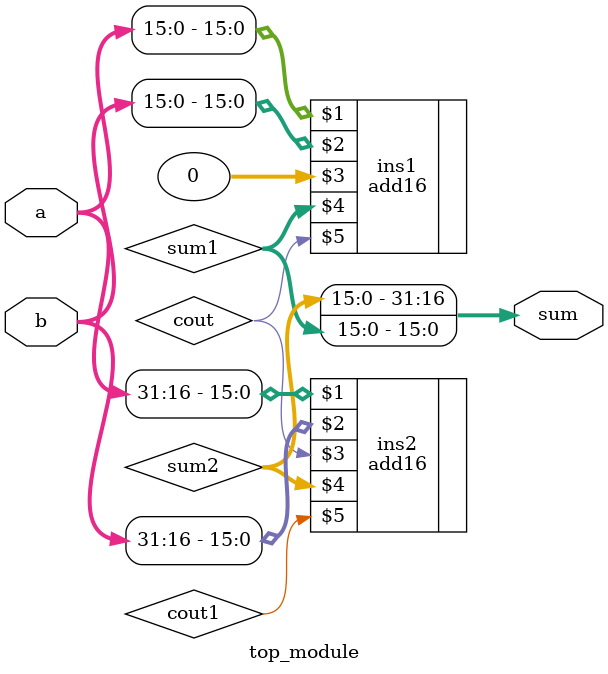
<source format=v>
module top_module(
    input [31:0] a,
    input [31:0] b,
    output [31:0] sum
);
    wire [15:0]sum1,sum2;
    wire cin,cout,cout1;
    add16 ins1(a[15:0],b[15:0],0,sum1,cout);
    add16 ins2(a[31:16],b[31:16],cout,sum2,cout1);
    assign sum={sum2,sum1};
endmodule
</source>
